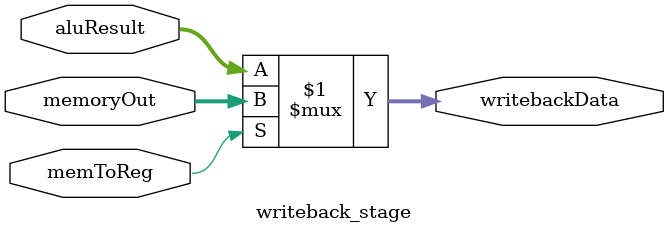
<source format=sv>
module writeback_stage(
    //Inputs
    memoryOut, aluResult, memToReg,
    //Outputs
    writebackData
);
    
    // Memory out that might need to go back into registers
    input [31:0] memoryOut;

    //aluResult that might need to go back into registers
    input [31:0] aluResult;

    // Control signal that determines whether aluResult or memoryOut is going back to decode stage
    input memToReg;

    output [31:0] writebackData;

    assign writebackData = memToReg ? memoryOut : aluResult;

endmodule
</source>
